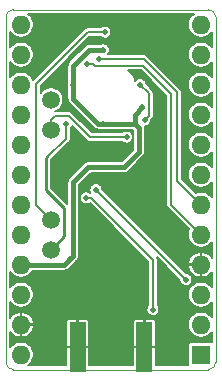
<source format=gbr>
%TF.GenerationSoftware,KiCad,Pcbnew,5.1.5+dfsg1-2~bpo10+1*%
%TF.CreationDate,Date%
%TF.ProjectId,ProMicro_GPS,50726f4d-6963-4726-9f5f-4750532e6b69,v3.1*%
%TF.SameCoordinates,Original*%
%TF.FileFunction,Copper,L2,Bot*%
%TF.FilePolarity,Positive*%
%FSLAX45Y45*%
G04 Gerber Fmt 4.5, Leading zero omitted, Abs format (unit mm)*
G04 Created by KiCad*
%MOMM*%
%LPD*%
G04 APERTURE LIST*
%ADD10C,0.100000*%
%ADD11O,1.600000X1.600000*%
%ADD12R,1.600000X1.600000*%
%ADD13C,1.500000*%
%ADD14R,1.350000X4.200000*%
%ADD15C,0.500000*%
%ADD16C,0.600000*%
%ADD17C,0.400000*%
%ADD18C,0.200000*%
%ADD19C,0.250000*%
%ADD20C,0.200000*%
%ADD21C,0.300000*%
%ADD22C,0.350000*%
G04 APERTURE END LIST*
D10*
X127000Y2857500D02*
X127000Y-63500D01*
X-1587500Y-127000D02*
G75*
G02X-1651000Y-63500I0J63500D01*
G01*
X-1651000Y2857500D02*
G75*
G02X-1587500Y2921000I63500J0D01*
G01*
X63500Y2921000D02*
G75*
G02X127000Y2857500I0J-63500D01*
G01*
X127000Y-63500D02*
G75*
G02X63500Y-127000I-63500J0D01*
G01*
X-1587500Y2921000D02*
X63500Y2921000D01*
X-1651000Y-63500D02*
X-1651000Y2857500D01*
X63500Y-127000D02*
X-1587500Y-127000D01*
D11*
X-1524000Y0D03*
X-1524000Y254000D03*
X-1524000Y508000D03*
X0Y2794000D03*
X-1524000Y762000D03*
X0Y2540000D03*
X-1524000Y1016000D03*
X0Y2286000D03*
X-1524000Y1270000D03*
X0Y2032000D03*
X-1524000Y1524000D03*
X0Y1778000D03*
X-1524000Y1778000D03*
X0Y1524000D03*
X-1524000Y2032000D03*
X0Y1270000D03*
X-1524000Y2286000D03*
X0Y1016000D03*
X-1524000Y2540000D03*
X0Y762000D03*
X-1524000Y2794000D03*
X0Y508000D03*
X0Y254000D03*
D12*
X0Y0D03*
D13*
X-1270000Y889000D03*
X-1270000Y1143000D03*
X-1270000Y1905000D03*
X-1270000Y2159000D03*
D14*
X-479500Y63500D03*
X-1044500Y63500D03*
D15*
X-838200Y292100D03*
X-685800Y292100D03*
X-635000Y203200D03*
D16*
X-660400Y2819400D03*
D15*
X-889000Y203200D03*
X-1168400Y2273300D03*
X-520700Y2374900D03*
X-431800Y1041400D03*
X-825500Y635000D03*
X-1003300Y609600D03*
X-1219200Y406400D03*
X-812800Y1117600D03*
X-698500Y1016000D03*
X-317500Y1727200D03*
X-114300Y1651000D03*
X-546100Y1155700D03*
X-660400Y1270000D03*
X-571500Y889000D03*
X-889000Y1714500D03*
X-762000Y1714500D03*
X-114300Y2159000D03*
X-952500Y762000D03*
X-762000Y698500D03*
X-698500Y762000D03*
X-635000Y825500D03*
X-762000Y952500D03*
X-825500Y889000D03*
X-889000Y825500D03*
X-571500Y635000D03*
X-508000Y698500D03*
X-444500Y1257300D03*
X-342900Y215900D03*
X-1181100Y215900D03*
X-304800Y2730500D03*
X-1257300Y2730500D03*
X-444500Y1524000D03*
X-749300Y1435100D03*
X-444500Y1790700D03*
X-304800Y2463800D03*
X-1371600Y2413000D03*
X-1219200Y596900D03*
X-349250Y609600D03*
D16*
X-901700Y2819400D03*
D15*
X-1079500Y1587500D03*
X-965200Y1473200D03*
X-1295400Y2311400D03*
X-825500Y1955800D03*
X-495300Y2095500D03*
X-1079500Y2286000D03*
X-825359Y2581199D03*
X-1105101Y813000D03*
X-863600Y2501900D03*
X-967499Y2461500D03*
X-628652Y1841500D03*
X-812801Y2730500D03*
X-1143000Y1954577D03*
X-514350Y2286000D03*
X-476250Y1987550D03*
X-127000Y635000D03*
X-889000Y1397000D03*
X-406400Y381000D03*
X-971550Y1327150D03*
D17*
X-635001Y1955800D02*
X-825500Y1955800D01*
X-869950Y1955800D02*
X-1003295Y2089145D01*
X-825500Y1955800D02*
X-869950Y1955800D01*
X-1079500Y2165350D02*
X-1079500Y2286000D01*
X-1003295Y2089145D02*
X-1079500Y2165350D01*
X-1079500Y2286000D02*
X-1079500Y2445700D01*
X-860715Y2581199D02*
X-825359Y2581199D01*
X-944002Y2581199D02*
X-860715Y2581199D01*
X-1079500Y2445700D02*
X-944002Y2581199D01*
X-1524000Y762000D02*
X-1156101Y762000D01*
X-1156101Y762000D02*
X-1130101Y788000D01*
X-1130101Y788000D02*
X-1105101Y813000D01*
X-635000Y1955800D02*
X-635001Y1955800D01*
X-495300Y2095500D02*
X-495300Y2095500D01*
X-635001Y1955800D02*
X-558800Y1955800D01*
X-558800Y2032001D02*
X-495300Y2095500D01*
X-558800Y1955800D02*
X-558800Y2032001D01*
X-1080101Y838000D02*
X-1105101Y813000D01*
X-1080101Y1459899D02*
X-1080101Y838000D01*
X-647700Y1587500D02*
X-952500Y1587500D01*
X-520700Y1714500D02*
X-647700Y1587500D01*
X-952500Y1587500D02*
X-1080101Y1459899D01*
X-520700Y1917700D02*
X-520700Y1714500D01*
X-558800Y1955800D02*
X-520700Y1917700D01*
D18*
X-203200Y1473200D02*
X-203200Y2222500D01*
X-482600Y2501900D02*
X-828245Y2501900D01*
X-828245Y2501900D02*
X-863600Y2501900D01*
X-203200Y2222500D02*
X-482600Y2501900D01*
X0Y1270000D02*
X-203200Y1473200D01*
X-912100Y2461500D02*
X-967499Y2461500D01*
X-254000Y1270000D02*
X-254000Y2209800D01*
X-897500Y2446900D02*
X-912100Y2461500D01*
X0Y1016000D02*
X-254000Y1270000D01*
X-254000Y2209800D02*
X-491100Y2446900D01*
X-491100Y2446900D02*
X-897500Y2446900D01*
X-664007Y1841500D02*
X-628652Y1841500D01*
X-939800Y1841500D02*
X-664007Y1841500D01*
X-1117600Y2019300D02*
X-939800Y1841500D01*
X-1234133Y2019300D02*
X-1117600Y2019300D01*
X-1270000Y1983433D02*
X-1234133Y2019300D01*
X-1270000Y1905000D02*
X-1270000Y1983433D01*
X-959712Y2730500D02*
X-901700Y2730500D01*
X-1397000Y2293212D02*
X-959712Y2730500D01*
X-901700Y2730500D02*
X-812801Y2730500D01*
X-1397000Y1270000D02*
X-1397000Y2293212D01*
X-1270000Y1143000D02*
X-1397000Y1270000D01*
X-1301750Y1670050D02*
X-1143000Y1828800D01*
X-1143000Y1828800D02*
X-1143000Y1954577D01*
D19*
X-1270000Y889000D02*
X-1155700Y1003300D01*
X-1155700Y1244600D02*
X-1308100Y1397000D01*
X-1155700Y1003300D02*
X-1155700Y1244600D01*
X-1308100Y1397000D02*
X-1308100Y1663700D01*
X-1308100Y1663700D02*
X-1301750Y1670050D01*
D18*
X-440299Y2211949D02*
X-440299Y2023501D01*
X-514350Y2286000D02*
X-440299Y2211949D01*
X-440299Y2023501D02*
X-451250Y2012550D01*
X-451250Y2012550D02*
X-476250Y1987550D01*
X-127000Y635000D02*
X-889000Y1397000D01*
X-406400Y803704D02*
X-929846Y1327150D01*
X-929846Y1327150D02*
X-936195Y1327150D01*
X-406400Y381000D02*
X-406400Y803704D01*
X-936195Y1327150D02*
X-971550Y1327150D01*
G36*
X-294000Y2193231D02*
G01*
X-294000Y1271965D01*
X-294194Y1270000D01*
X-294000Y1268035D01*
X-293421Y1262159D01*
X-291134Y1254619D01*
X-287420Y1247670D01*
X-282421Y1241579D01*
X-280895Y1240327D01*
X-100759Y1060190D01*
X-105773Y1048086D01*
X-110000Y1026834D01*
X-110000Y1005166D01*
X-105773Y983914D01*
X-97481Y963895D01*
X-85443Y945879D01*
X-70121Y930557D01*
X-52104Y918519D01*
X-32086Y910227D01*
X-10834Y906000D01*
X10834Y906000D01*
X32086Y910227D01*
X52104Y918519D01*
X70121Y930557D01*
X85443Y945879D01*
X92000Y955693D01*
X92000Y821808D01*
X90438Y824617D01*
X76485Y841058D01*
X59592Y854460D01*
X40409Y864309D01*
X19673Y870227D01*
X2500Y864472D01*
X2500Y764500D01*
X4500Y764500D01*
X4500Y759500D01*
X2500Y759500D01*
X2500Y659528D01*
X19673Y653773D01*
X40409Y659691D01*
X59592Y669540D01*
X76485Y682942D01*
X90438Y699383D01*
X92000Y702192D01*
X92000Y568307D01*
X85443Y578121D01*
X70121Y593443D01*
X52104Y605481D01*
X32086Y613773D01*
X10834Y618000D01*
X-10834Y618000D01*
X-32086Y613773D01*
X-52104Y605481D01*
X-70121Y593443D01*
X-85443Y578121D01*
X-97481Y560105D01*
X-105773Y540086D01*
X-110000Y518834D01*
X-110000Y497166D01*
X-105773Y475914D01*
X-97481Y455895D01*
X-85443Y437879D01*
X-70121Y422557D01*
X-52104Y410519D01*
X-32086Y402227D01*
X-10834Y398000D01*
X10834Y398000D01*
X32086Y402227D01*
X52104Y410519D01*
X70121Y422557D01*
X85443Y437879D01*
X92000Y447693D01*
X92000Y314307D01*
X85443Y324121D01*
X70121Y339443D01*
X52104Y351481D01*
X32086Y359773D01*
X10834Y364000D01*
X-10834Y364000D01*
X-32086Y359773D01*
X-52104Y351481D01*
X-70121Y339443D01*
X-85443Y324121D01*
X-97481Y306105D01*
X-105773Y286086D01*
X-110000Y264834D01*
X-110000Y243166D01*
X-105773Y221914D01*
X-97481Y201895D01*
X-85443Y183879D01*
X-70121Y168558D01*
X-52104Y156519D01*
X-32086Y148227D01*
X-10834Y144000D01*
X10834Y144000D01*
X32086Y148227D01*
X52104Y156519D01*
X70121Y168558D01*
X85443Y183879D01*
X92000Y193693D01*
X92000Y107602D01*
X91536Y107850D01*
X85881Y109566D01*
X80000Y110145D01*
X-80000Y110145D01*
X-85881Y109566D01*
X-91536Y107850D01*
X-96748Y105065D01*
X-101316Y101316D01*
X-105065Y96748D01*
X-107850Y91536D01*
X-109566Y85881D01*
X-110145Y80000D01*
X-110145Y-80000D01*
X-109566Y-85881D01*
X-107850Y-91536D01*
X-107602Y-92000D01*
X-381894Y-92000D01*
X-382000Y53500D01*
X-389500Y61000D01*
X-477000Y61000D01*
X-477000Y59000D01*
X-482000Y59000D01*
X-482000Y61000D01*
X-569500Y61000D01*
X-577000Y53500D01*
X-577106Y-92000D01*
X-946894Y-92000D01*
X-947000Y53500D01*
X-954500Y61000D01*
X-1042000Y61000D01*
X-1042000Y59000D01*
X-1047000Y59000D01*
X-1047000Y61000D01*
X-1134500Y61000D01*
X-1142000Y53500D01*
X-1142106Y-92000D01*
X-1463693Y-92000D01*
X-1453879Y-85443D01*
X-1438557Y-70121D01*
X-1426519Y-52104D01*
X-1418227Y-32086D01*
X-1414000Y-10834D01*
X-1414000Y10834D01*
X-1418227Y32086D01*
X-1426519Y52104D01*
X-1438557Y70121D01*
X-1453879Y85443D01*
X-1471895Y97481D01*
X-1491914Y105773D01*
X-1513166Y110000D01*
X-1534834Y110000D01*
X-1556086Y105773D01*
X-1576104Y97481D01*
X-1594121Y85443D01*
X-1609442Y70121D01*
X-1616000Y60307D01*
X-1616000Y194192D01*
X-1614438Y191383D01*
X-1600485Y174942D01*
X-1583592Y161540D01*
X-1564409Y151691D01*
X-1543673Y145773D01*
X-1526500Y151528D01*
X-1526500Y251500D01*
X-1521500Y251500D01*
X-1521500Y151528D01*
X-1504327Y145773D01*
X-1483591Y151691D01*
X-1464408Y161540D01*
X-1447515Y174942D01*
X-1433562Y191383D01*
X-1423083Y210230D01*
X-1416483Y230759D01*
X-1415773Y234327D01*
X-1421530Y251500D01*
X-1521500Y251500D01*
X-1526500Y251500D01*
X-1528500Y251500D01*
X-1528500Y256500D01*
X-1526500Y256500D01*
X-1526500Y356472D01*
X-1521500Y356472D01*
X-1521500Y256500D01*
X-1421530Y256500D01*
X-1415831Y273500D01*
X-1142145Y273500D01*
X-1142000Y73500D01*
X-1134500Y66000D01*
X-1047000Y66000D01*
X-1047000Y296000D01*
X-1042000Y296000D01*
X-1042000Y66000D01*
X-954500Y66000D01*
X-947000Y73500D01*
X-946855Y273500D01*
X-577145Y273500D01*
X-577000Y73500D01*
X-569500Y66000D01*
X-482000Y66000D01*
X-482000Y296000D01*
X-477000Y296000D01*
X-477000Y66000D01*
X-389500Y66000D01*
X-382000Y73500D01*
X-381855Y273500D01*
X-382434Y279381D01*
X-384149Y285036D01*
X-386935Y290248D01*
X-390684Y294816D01*
X-395252Y298565D01*
X-400464Y301351D01*
X-406119Y303066D01*
X-412000Y303645D01*
X-469500Y303500D01*
X-477000Y296000D01*
X-482000Y296000D01*
X-489500Y303500D01*
X-547000Y303645D01*
X-552881Y303066D01*
X-558536Y301351D01*
X-563748Y298565D01*
X-568316Y294816D01*
X-572065Y290248D01*
X-574851Y285036D01*
X-576566Y279381D01*
X-577145Y273500D01*
X-946855Y273500D01*
X-947434Y279381D01*
X-949149Y285036D01*
X-951935Y290248D01*
X-955684Y294816D01*
X-960252Y298565D01*
X-965464Y301351D01*
X-971119Y303066D01*
X-977000Y303645D01*
X-1034500Y303500D01*
X-1042000Y296000D01*
X-1047000Y296000D01*
X-1054500Y303500D01*
X-1112000Y303645D01*
X-1117881Y303066D01*
X-1123536Y301351D01*
X-1128748Y298565D01*
X-1133316Y294816D01*
X-1137065Y290248D01*
X-1139851Y285036D01*
X-1141566Y279381D01*
X-1142145Y273500D01*
X-1415831Y273500D01*
X-1415773Y273673D01*
X-1416483Y277241D01*
X-1423083Y297770D01*
X-1433562Y316617D01*
X-1447515Y333058D01*
X-1464408Y346460D01*
X-1483591Y356309D01*
X-1504327Y362227D01*
X-1521500Y356472D01*
X-1526500Y356472D01*
X-1543673Y362227D01*
X-1564409Y356309D01*
X-1583592Y346460D01*
X-1600485Y333058D01*
X-1614438Y316617D01*
X-1616000Y313808D01*
X-1616000Y447693D01*
X-1609442Y437879D01*
X-1594121Y422557D01*
X-1576104Y410519D01*
X-1556086Y402227D01*
X-1534834Y398000D01*
X-1513166Y398000D01*
X-1491914Y402227D01*
X-1471895Y410519D01*
X-1453879Y422557D01*
X-1438557Y437879D01*
X-1426519Y455895D01*
X-1418227Y475914D01*
X-1414000Y497166D01*
X-1414000Y518834D01*
X-1418227Y540086D01*
X-1426519Y560105D01*
X-1438557Y578121D01*
X-1453879Y593443D01*
X-1471895Y605481D01*
X-1491914Y613773D01*
X-1513166Y618000D01*
X-1534834Y618000D01*
X-1556086Y613773D01*
X-1576104Y605481D01*
X-1594121Y593443D01*
X-1609442Y578121D01*
X-1616000Y568307D01*
X-1616000Y701693D01*
X-1609442Y691879D01*
X-1594121Y676558D01*
X-1576104Y664519D01*
X-1556086Y656227D01*
X-1534834Y652000D01*
X-1513166Y652000D01*
X-1491914Y656227D01*
X-1471895Y664519D01*
X-1453879Y676558D01*
X-1438557Y691879D01*
X-1426519Y709895D01*
X-1425648Y712000D01*
X-1158557Y712000D01*
X-1156101Y711758D01*
X-1153645Y712000D01*
X-1146299Y712723D01*
X-1136874Y715582D01*
X-1128188Y720225D01*
X-1120574Y726474D01*
X-1119008Y728382D01*
X-1086017Y761373D01*
X-1079048Y764260D01*
X-1070040Y770279D01*
X-1062379Y777940D01*
X-1056360Y786948D01*
X-1053474Y793916D01*
X-1046483Y800907D01*
X-1044574Y802473D01*
X-1038326Y810087D01*
X-1033683Y818773D01*
X-1030824Y828198D01*
X-1030101Y835544D01*
X-1029859Y838000D01*
X-1030101Y840456D01*
X-1030101Y1332567D01*
X-1026550Y1332567D01*
X-1026550Y1321733D01*
X-1024436Y1311107D01*
X-1020290Y1301098D01*
X-1014271Y1292090D01*
X-1006610Y1284429D01*
X-997602Y1278410D01*
X-987593Y1274264D01*
X-976967Y1272150D01*
X-966133Y1272150D01*
X-955507Y1274264D01*
X-945498Y1278410D01*
X-940808Y1281543D01*
X-446400Y787135D01*
X-446400Y418782D01*
X-449121Y416060D01*
X-455140Y407052D01*
X-459286Y397043D01*
X-461400Y386417D01*
X-461400Y375583D01*
X-459286Y364957D01*
X-455140Y354948D01*
X-449121Y345940D01*
X-441460Y338279D01*
X-432452Y332260D01*
X-422443Y328114D01*
X-411817Y326000D01*
X-400983Y326000D01*
X-390357Y328114D01*
X-380348Y332260D01*
X-371340Y338279D01*
X-363679Y345940D01*
X-357660Y354948D01*
X-353514Y364957D01*
X-351400Y375583D01*
X-351400Y386417D01*
X-353514Y397043D01*
X-357660Y407052D01*
X-363679Y416060D01*
X-366400Y418782D01*
X-366400Y801739D01*
X-366206Y803704D01*
X-366979Y811545D01*
X-369266Y819085D01*
X-371117Y822549D01*
X-182000Y633432D01*
X-182000Y629583D01*
X-179886Y618957D01*
X-175740Y608948D01*
X-169721Y599940D01*
X-162060Y592279D01*
X-153052Y586260D01*
X-143043Y582114D01*
X-132417Y580000D01*
X-121583Y580000D01*
X-110957Y582114D01*
X-100948Y586260D01*
X-91940Y592279D01*
X-84279Y599940D01*
X-78260Y608948D01*
X-74114Y618957D01*
X-72000Y629583D01*
X-72000Y640417D01*
X-74114Y651043D01*
X-78260Y661052D01*
X-84279Y670060D01*
X-91940Y677721D01*
X-100948Y683740D01*
X-110957Y687886D01*
X-121583Y690000D01*
X-125431Y690000D01*
X-177759Y742327D01*
X-108227Y742327D01*
X-107517Y738759D01*
X-100917Y718230D01*
X-90438Y699383D01*
X-76485Y682942D01*
X-59592Y669540D01*
X-40409Y659691D01*
X-19673Y653773D01*
X-2500Y659528D01*
X-2500Y759500D01*
X-102469Y759500D01*
X-108227Y742327D01*
X-177759Y742327D01*
X-217104Y781673D01*
X-108227Y781673D01*
X-102469Y764500D01*
X-2500Y764500D01*
X-2500Y864472D01*
X-19673Y870227D01*
X-40409Y864309D01*
X-59592Y854460D01*
X-76485Y841058D01*
X-90438Y824617D01*
X-100917Y805770D01*
X-107517Y785241D01*
X-108227Y781673D01*
X-217104Y781673D01*
X-834000Y1398568D01*
X-834000Y1402417D01*
X-836114Y1413043D01*
X-840260Y1423052D01*
X-846279Y1432060D01*
X-853940Y1439721D01*
X-862948Y1445740D01*
X-872957Y1449886D01*
X-883583Y1452000D01*
X-894417Y1452000D01*
X-905043Y1449886D01*
X-915052Y1445740D01*
X-924060Y1439721D01*
X-931721Y1432060D01*
X-937740Y1423052D01*
X-941886Y1413043D01*
X-944000Y1402417D01*
X-944000Y1391583D01*
X-941886Y1380957D01*
X-937740Y1370948D01*
X-937450Y1370513D01*
X-945498Y1375890D01*
X-955507Y1380036D01*
X-966133Y1382150D01*
X-976967Y1382150D01*
X-987593Y1380036D01*
X-997602Y1375890D01*
X-1006610Y1369871D01*
X-1014271Y1362210D01*
X-1020290Y1353202D01*
X-1024436Y1343193D01*
X-1026550Y1332567D01*
X-1030101Y1332567D01*
X-1030101Y1439189D01*
X-931789Y1537500D01*
X-650156Y1537500D01*
X-647700Y1537258D01*
X-645244Y1537500D01*
X-637898Y1538223D01*
X-628473Y1541082D01*
X-619787Y1545725D01*
X-612174Y1551974D01*
X-610607Y1553882D01*
X-487081Y1677408D01*
X-485174Y1678974D01*
X-478925Y1686587D01*
X-474282Y1695273D01*
X-471423Y1704698D01*
X-470700Y1712044D01*
X-470700Y1712044D01*
X-470458Y1714500D01*
X-470700Y1716956D01*
X-470700Y1915245D01*
X-470458Y1917700D01*
X-470700Y1920155D01*
X-470700Y1920156D01*
X-471423Y1927502D01*
X-472955Y1932550D01*
X-470833Y1932550D01*
X-460207Y1934664D01*
X-450198Y1938810D01*
X-441190Y1944829D01*
X-433529Y1952490D01*
X-427510Y1961498D01*
X-423364Y1971507D01*
X-421250Y1982133D01*
X-421250Y1985981D01*
X-413405Y1993827D01*
X-411878Y1995080D01*
X-406880Y2001171D01*
X-403165Y2008120D01*
X-400878Y2015660D01*
X-400299Y2021536D01*
X-400106Y2023501D01*
X-400299Y2025466D01*
X-400299Y2209985D01*
X-400106Y2211949D01*
X-400465Y2215592D01*
X-400878Y2219791D01*
X-403165Y2227331D01*
X-406880Y2234280D01*
X-411878Y2240371D01*
X-413404Y2241623D01*
X-459350Y2287569D01*
X-459350Y2291417D01*
X-461464Y2302043D01*
X-465610Y2312052D01*
X-471629Y2321060D01*
X-479290Y2328721D01*
X-488298Y2334740D01*
X-498307Y2338886D01*
X-508933Y2341000D01*
X-519767Y2341000D01*
X-530393Y2338886D01*
X-540402Y2334740D01*
X-549410Y2328721D01*
X-557071Y2321060D01*
X-561500Y2314432D01*
X-561500Y2349500D01*
X-561692Y2351451D01*
X-562261Y2353327D01*
X-563185Y2355056D01*
X-564429Y2356571D01*
X-614758Y2406900D01*
X-507668Y2406900D01*
X-294000Y2193231D01*
G37*
X-294000Y2193231D02*
X-294000Y1271965D01*
X-294194Y1270000D01*
X-294000Y1268035D01*
X-293421Y1262159D01*
X-291134Y1254619D01*
X-287420Y1247670D01*
X-282421Y1241579D01*
X-280895Y1240327D01*
X-100759Y1060190D01*
X-105773Y1048086D01*
X-110000Y1026834D01*
X-110000Y1005166D01*
X-105773Y983914D01*
X-97481Y963895D01*
X-85443Y945879D01*
X-70121Y930557D01*
X-52104Y918519D01*
X-32086Y910227D01*
X-10834Y906000D01*
X10834Y906000D01*
X32086Y910227D01*
X52104Y918519D01*
X70121Y930557D01*
X85443Y945879D01*
X92000Y955693D01*
X92000Y821808D01*
X90438Y824617D01*
X76485Y841058D01*
X59592Y854460D01*
X40409Y864309D01*
X19673Y870227D01*
X2500Y864472D01*
X2500Y764500D01*
X4500Y764500D01*
X4500Y759500D01*
X2500Y759500D01*
X2500Y659528D01*
X19673Y653773D01*
X40409Y659691D01*
X59592Y669540D01*
X76485Y682942D01*
X90438Y699383D01*
X92000Y702192D01*
X92000Y568307D01*
X85443Y578121D01*
X70121Y593443D01*
X52104Y605481D01*
X32086Y613773D01*
X10834Y618000D01*
X-10834Y618000D01*
X-32086Y613773D01*
X-52104Y605481D01*
X-70121Y593443D01*
X-85443Y578121D01*
X-97481Y560105D01*
X-105773Y540086D01*
X-110000Y518834D01*
X-110000Y497166D01*
X-105773Y475914D01*
X-97481Y455895D01*
X-85443Y437879D01*
X-70121Y422557D01*
X-52104Y410519D01*
X-32086Y402227D01*
X-10834Y398000D01*
X10834Y398000D01*
X32086Y402227D01*
X52104Y410519D01*
X70121Y422557D01*
X85443Y437879D01*
X92000Y447693D01*
X92000Y314307D01*
X85443Y324121D01*
X70121Y339443D01*
X52104Y351481D01*
X32086Y359773D01*
X10834Y364000D01*
X-10834Y364000D01*
X-32086Y359773D01*
X-52104Y351481D01*
X-70121Y339443D01*
X-85443Y324121D01*
X-97481Y306105D01*
X-105773Y286086D01*
X-110000Y264834D01*
X-110000Y243166D01*
X-105773Y221914D01*
X-97481Y201895D01*
X-85443Y183879D01*
X-70121Y168558D01*
X-52104Y156519D01*
X-32086Y148227D01*
X-10834Y144000D01*
X10834Y144000D01*
X32086Y148227D01*
X52104Y156519D01*
X70121Y168558D01*
X85443Y183879D01*
X92000Y193693D01*
X92000Y107602D01*
X91536Y107850D01*
X85881Y109566D01*
X80000Y110145D01*
X-80000Y110145D01*
X-85881Y109566D01*
X-91536Y107850D01*
X-96748Y105065D01*
X-101316Y101316D01*
X-105065Y96748D01*
X-107850Y91536D01*
X-109566Y85881D01*
X-110145Y80000D01*
X-110145Y-80000D01*
X-109566Y-85881D01*
X-107850Y-91536D01*
X-107602Y-92000D01*
X-381894Y-92000D01*
X-382000Y53500D01*
X-389500Y61000D01*
X-477000Y61000D01*
X-477000Y59000D01*
X-482000Y59000D01*
X-482000Y61000D01*
X-569500Y61000D01*
X-577000Y53500D01*
X-577106Y-92000D01*
X-946894Y-92000D01*
X-947000Y53500D01*
X-954500Y61000D01*
X-1042000Y61000D01*
X-1042000Y59000D01*
X-1047000Y59000D01*
X-1047000Y61000D01*
X-1134500Y61000D01*
X-1142000Y53500D01*
X-1142106Y-92000D01*
X-1463693Y-92000D01*
X-1453879Y-85443D01*
X-1438557Y-70121D01*
X-1426519Y-52104D01*
X-1418227Y-32086D01*
X-1414000Y-10834D01*
X-1414000Y10834D01*
X-1418227Y32086D01*
X-1426519Y52104D01*
X-1438557Y70121D01*
X-1453879Y85443D01*
X-1471895Y97481D01*
X-1491914Y105773D01*
X-1513166Y110000D01*
X-1534834Y110000D01*
X-1556086Y105773D01*
X-1576104Y97481D01*
X-1594121Y85443D01*
X-1609442Y70121D01*
X-1616000Y60307D01*
X-1616000Y194192D01*
X-1614438Y191383D01*
X-1600485Y174942D01*
X-1583592Y161540D01*
X-1564409Y151691D01*
X-1543673Y145773D01*
X-1526500Y151528D01*
X-1526500Y251500D01*
X-1521500Y251500D01*
X-1521500Y151528D01*
X-1504327Y145773D01*
X-1483591Y151691D01*
X-1464408Y161540D01*
X-1447515Y174942D01*
X-1433562Y191383D01*
X-1423083Y210230D01*
X-1416483Y230759D01*
X-1415773Y234327D01*
X-1421530Y251500D01*
X-1521500Y251500D01*
X-1526500Y251500D01*
X-1528500Y251500D01*
X-1528500Y256500D01*
X-1526500Y256500D01*
X-1526500Y356472D01*
X-1521500Y356472D01*
X-1521500Y256500D01*
X-1421530Y256500D01*
X-1415831Y273500D01*
X-1142145Y273500D01*
X-1142000Y73500D01*
X-1134500Y66000D01*
X-1047000Y66000D01*
X-1047000Y296000D01*
X-1042000Y296000D01*
X-1042000Y66000D01*
X-954500Y66000D01*
X-947000Y73500D01*
X-946855Y273500D01*
X-577145Y273500D01*
X-577000Y73500D01*
X-569500Y66000D01*
X-482000Y66000D01*
X-482000Y296000D01*
X-477000Y296000D01*
X-477000Y66000D01*
X-389500Y66000D01*
X-382000Y73500D01*
X-381855Y273500D01*
X-382434Y279381D01*
X-384149Y285036D01*
X-386935Y290248D01*
X-390684Y294816D01*
X-395252Y298565D01*
X-400464Y301351D01*
X-406119Y303066D01*
X-412000Y303645D01*
X-469500Y303500D01*
X-477000Y296000D01*
X-482000Y296000D01*
X-489500Y303500D01*
X-547000Y303645D01*
X-552881Y303066D01*
X-558536Y301351D01*
X-563748Y298565D01*
X-568316Y294816D01*
X-572065Y290248D01*
X-574851Y285036D01*
X-576566Y279381D01*
X-577145Y273500D01*
X-946855Y273500D01*
X-947434Y279381D01*
X-949149Y285036D01*
X-951935Y290248D01*
X-955684Y294816D01*
X-960252Y298565D01*
X-965464Y301351D01*
X-971119Y303066D01*
X-977000Y303645D01*
X-1034500Y303500D01*
X-1042000Y296000D01*
X-1047000Y296000D01*
X-1054500Y303500D01*
X-1112000Y303645D01*
X-1117881Y303066D01*
X-1123536Y301351D01*
X-1128748Y298565D01*
X-1133316Y294816D01*
X-1137065Y290248D01*
X-1139851Y285036D01*
X-1141566Y279381D01*
X-1142145Y273500D01*
X-1415831Y273500D01*
X-1415773Y273673D01*
X-1416483Y277241D01*
X-1423083Y297770D01*
X-1433562Y316617D01*
X-1447515Y333058D01*
X-1464408Y346460D01*
X-1483591Y356309D01*
X-1504327Y362227D01*
X-1521500Y356472D01*
X-1526500Y356472D01*
X-1543673Y362227D01*
X-1564409Y356309D01*
X-1583592Y346460D01*
X-1600485Y333058D01*
X-1614438Y316617D01*
X-1616000Y313808D01*
X-1616000Y447693D01*
X-1609442Y437879D01*
X-1594121Y422557D01*
X-1576104Y410519D01*
X-1556086Y402227D01*
X-1534834Y398000D01*
X-1513166Y398000D01*
X-1491914Y402227D01*
X-1471895Y410519D01*
X-1453879Y422557D01*
X-1438557Y437879D01*
X-1426519Y455895D01*
X-1418227Y475914D01*
X-1414000Y497166D01*
X-1414000Y518834D01*
X-1418227Y540086D01*
X-1426519Y560105D01*
X-1438557Y578121D01*
X-1453879Y593443D01*
X-1471895Y605481D01*
X-1491914Y613773D01*
X-1513166Y618000D01*
X-1534834Y618000D01*
X-1556086Y613773D01*
X-1576104Y605481D01*
X-1594121Y593443D01*
X-1609442Y578121D01*
X-1616000Y568307D01*
X-1616000Y701693D01*
X-1609442Y691879D01*
X-1594121Y676558D01*
X-1576104Y664519D01*
X-1556086Y656227D01*
X-1534834Y652000D01*
X-1513166Y652000D01*
X-1491914Y656227D01*
X-1471895Y664519D01*
X-1453879Y676558D01*
X-1438557Y691879D01*
X-1426519Y709895D01*
X-1425648Y712000D01*
X-1158557Y712000D01*
X-1156101Y711758D01*
X-1153645Y712000D01*
X-1146299Y712723D01*
X-1136874Y715582D01*
X-1128188Y720225D01*
X-1120574Y726474D01*
X-1119008Y728382D01*
X-1086017Y761373D01*
X-1079048Y764260D01*
X-1070040Y770279D01*
X-1062379Y777940D01*
X-1056360Y786948D01*
X-1053474Y793916D01*
X-1046483Y800907D01*
X-1044574Y802473D01*
X-1038326Y810087D01*
X-1033683Y818773D01*
X-1030824Y828198D01*
X-1030101Y835544D01*
X-1029859Y838000D01*
X-1030101Y840456D01*
X-1030101Y1332567D01*
X-1026550Y1332567D01*
X-1026550Y1321733D01*
X-1024436Y1311107D01*
X-1020290Y1301098D01*
X-1014271Y1292090D01*
X-1006610Y1284429D01*
X-997602Y1278410D01*
X-987593Y1274264D01*
X-976967Y1272150D01*
X-966133Y1272150D01*
X-955507Y1274264D01*
X-945498Y1278410D01*
X-940808Y1281543D01*
X-446400Y787135D01*
X-446400Y418782D01*
X-449121Y416060D01*
X-455140Y407052D01*
X-459286Y397043D01*
X-461400Y386417D01*
X-461400Y375583D01*
X-459286Y364957D01*
X-455140Y354948D01*
X-449121Y345940D01*
X-441460Y338279D01*
X-432452Y332260D01*
X-422443Y328114D01*
X-411817Y326000D01*
X-400983Y326000D01*
X-390357Y328114D01*
X-380348Y332260D01*
X-371340Y338279D01*
X-363679Y345940D01*
X-357660Y354948D01*
X-353514Y364957D01*
X-351400Y375583D01*
X-351400Y386417D01*
X-353514Y397043D01*
X-357660Y407052D01*
X-363679Y416060D01*
X-366400Y418782D01*
X-366400Y801739D01*
X-366206Y803704D01*
X-366979Y811545D01*
X-369266Y819085D01*
X-371117Y822549D01*
X-182000Y633432D01*
X-182000Y629583D01*
X-179886Y618957D01*
X-175740Y608948D01*
X-169721Y599940D01*
X-162060Y592279D01*
X-153052Y586260D01*
X-143043Y582114D01*
X-132417Y580000D01*
X-121583Y580000D01*
X-110957Y582114D01*
X-100948Y586260D01*
X-91940Y592279D01*
X-84279Y599940D01*
X-78260Y608948D01*
X-74114Y618957D01*
X-72000Y629583D01*
X-72000Y640417D01*
X-74114Y651043D01*
X-78260Y661052D01*
X-84279Y670060D01*
X-91940Y677721D01*
X-100948Y683740D01*
X-110957Y687886D01*
X-121583Y690000D01*
X-125431Y690000D01*
X-177759Y742327D01*
X-108227Y742327D01*
X-107517Y738759D01*
X-100917Y718230D01*
X-90438Y699383D01*
X-76485Y682942D01*
X-59592Y669540D01*
X-40409Y659691D01*
X-19673Y653773D01*
X-2500Y659528D01*
X-2500Y759500D01*
X-102469Y759500D01*
X-108227Y742327D01*
X-177759Y742327D01*
X-217104Y781673D01*
X-108227Y781673D01*
X-102469Y764500D01*
X-2500Y764500D01*
X-2500Y864472D01*
X-19673Y870227D01*
X-40409Y864309D01*
X-59592Y854460D01*
X-76485Y841058D01*
X-90438Y824617D01*
X-100917Y805770D01*
X-107517Y785241D01*
X-108227Y781673D01*
X-217104Y781673D01*
X-834000Y1398568D01*
X-834000Y1402417D01*
X-836114Y1413043D01*
X-840260Y1423052D01*
X-846279Y1432060D01*
X-853940Y1439721D01*
X-862948Y1445740D01*
X-872957Y1449886D01*
X-883583Y1452000D01*
X-894417Y1452000D01*
X-905043Y1449886D01*
X-915052Y1445740D01*
X-924060Y1439721D01*
X-931721Y1432060D01*
X-937740Y1423052D01*
X-941886Y1413043D01*
X-944000Y1402417D01*
X-944000Y1391583D01*
X-941886Y1380957D01*
X-937740Y1370948D01*
X-937450Y1370513D01*
X-945498Y1375890D01*
X-955507Y1380036D01*
X-966133Y1382150D01*
X-976967Y1382150D01*
X-987593Y1380036D01*
X-997602Y1375890D01*
X-1006610Y1369871D01*
X-1014271Y1362210D01*
X-1020290Y1353202D01*
X-1024436Y1343193D01*
X-1026550Y1332567D01*
X-1030101Y1332567D01*
X-1030101Y1439189D01*
X-931789Y1537500D01*
X-650156Y1537500D01*
X-647700Y1537258D01*
X-645244Y1537500D01*
X-637898Y1538223D01*
X-628473Y1541082D01*
X-619787Y1545725D01*
X-612174Y1551974D01*
X-610607Y1553882D01*
X-487081Y1677408D01*
X-485174Y1678974D01*
X-478925Y1686587D01*
X-474282Y1695273D01*
X-471423Y1704698D01*
X-470700Y1712044D01*
X-470700Y1712044D01*
X-470458Y1714500D01*
X-470700Y1716956D01*
X-470700Y1915245D01*
X-470458Y1917700D01*
X-470700Y1920155D01*
X-470700Y1920156D01*
X-471423Y1927502D01*
X-472955Y1932550D01*
X-470833Y1932550D01*
X-460207Y1934664D01*
X-450198Y1938810D01*
X-441190Y1944829D01*
X-433529Y1952490D01*
X-427510Y1961498D01*
X-423364Y1971507D01*
X-421250Y1982133D01*
X-421250Y1985981D01*
X-413405Y1993827D01*
X-411878Y1995080D01*
X-406880Y2001171D01*
X-403165Y2008120D01*
X-400878Y2015660D01*
X-400299Y2021536D01*
X-400106Y2023501D01*
X-400299Y2025466D01*
X-400299Y2209985D01*
X-400106Y2211949D01*
X-400465Y2215592D01*
X-400878Y2219791D01*
X-403165Y2227331D01*
X-406880Y2234280D01*
X-411878Y2240371D01*
X-413404Y2241623D01*
X-459350Y2287569D01*
X-459350Y2291417D01*
X-461464Y2302043D01*
X-465610Y2312052D01*
X-471629Y2321060D01*
X-479290Y2328721D01*
X-488298Y2334740D01*
X-498307Y2338886D01*
X-508933Y2341000D01*
X-519767Y2341000D01*
X-530393Y2338886D01*
X-540402Y2334740D01*
X-549410Y2328721D01*
X-557071Y2321060D01*
X-561500Y2314432D01*
X-561500Y2349500D01*
X-561692Y2351451D01*
X-562261Y2353327D01*
X-563185Y2355056D01*
X-564429Y2356571D01*
X-614758Y2406900D01*
X-507668Y2406900D01*
X-294000Y2193231D01*
G36*
X-70121Y2879442D02*
G01*
X-85443Y2864121D01*
X-97481Y2846104D01*
X-105773Y2826086D01*
X-110000Y2804834D01*
X-110000Y2783166D01*
X-105773Y2761914D01*
X-97481Y2741896D01*
X-85443Y2723879D01*
X-70121Y2708558D01*
X-52104Y2696519D01*
X-32086Y2688227D01*
X-10834Y2684000D01*
X10834Y2684000D01*
X32086Y2688227D01*
X52104Y2696519D01*
X70121Y2708558D01*
X85443Y2723879D01*
X92000Y2733693D01*
X92000Y2600307D01*
X85443Y2610121D01*
X70121Y2625443D01*
X52104Y2637481D01*
X32086Y2645773D01*
X10834Y2650000D01*
X-10834Y2650000D01*
X-32086Y2645773D01*
X-52104Y2637481D01*
X-70121Y2625443D01*
X-85443Y2610121D01*
X-97481Y2592105D01*
X-105773Y2572086D01*
X-110000Y2550834D01*
X-110000Y2529166D01*
X-105773Y2507914D01*
X-97481Y2487896D01*
X-85443Y2469879D01*
X-70121Y2454558D01*
X-52104Y2442519D01*
X-32086Y2434227D01*
X-10834Y2430000D01*
X10834Y2430000D01*
X32086Y2434227D01*
X52104Y2442519D01*
X70121Y2454558D01*
X85443Y2469879D01*
X92000Y2479693D01*
X92000Y2346307D01*
X85443Y2356121D01*
X70121Y2371443D01*
X52104Y2383481D01*
X32086Y2391773D01*
X10834Y2396000D01*
X-10834Y2396000D01*
X-32086Y2391773D01*
X-52104Y2383481D01*
X-70121Y2371443D01*
X-85443Y2356121D01*
X-97481Y2338105D01*
X-105773Y2318086D01*
X-110000Y2296834D01*
X-110000Y2275166D01*
X-105773Y2253914D01*
X-97481Y2233896D01*
X-85443Y2215879D01*
X-70121Y2200558D01*
X-52104Y2188519D01*
X-32086Y2180227D01*
X-10834Y2176000D01*
X10834Y2176000D01*
X32086Y2180227D01*
X52104Y2188519D01*
X70121Y2200558D01*
X85443Y2215879D01*
X92000Y2225693D01*
X92000Y2092307D01*
X85443Y2102121D01*
X70121Y2117443D01*
X52104Y2129481D01*
X32086Y2137773D01*
X10834Y2142000D01*
X-10834Y2142000D01*
X-32086Y2137773D01*
X-52104Y2129481D01*
X-70121Y2117443D01*
X-85443Y2102121D01*
X-97481Y2084104D01*
X-105773Y2064086D01*
X-110000Y2042834D01*
X-110000Y2021166D01*
X-105773Y1999914D01*
X-97481Y1979895D01*
X-85443Y1961879D01*
X-70121Y1946557D01*
X-52104Y1934519D01*
X-32086Y1926227D01*
X-10834Y1922000D01*
X10834Y1922000D01*
X32086Y1926227D01*
X52104Y1934519D01*
X70121Y1946557D01*
X85443Y1961879D01*
X92000Y1971693D01*
X92000Y1838307D01*
X85443Y1848121D01*
X70121Y1863442D01*
X52104Y1875481D01*
X32086Y1883773D01*
X10834Y1888000D01*
X-10834Y1888000D01*
X-32086Y1883773D01*
X-52104Y1875481D01*
X-70121Y1863442D01*
X-85443Y1848121D01*
X-97481Y1830104D01*
X-105773Y1810086D01*
X-110000Y1788834D01*
X-110000Y1767166D01*
X-105773Y1745914D01*
X-97481Y1725895D01*
X-85443Y1707879D01*
X-70121Y1692557D01*
X-52104Y1680519D01*
X-32086Y1672227D01*
X-10834Y1668000D01*
X10834Y1668000D01*
X32086Y1672227D01*
X52104Y1680519D01*
X70121Y1692557D01*
X85443Y1707879D01*
X92000Y1717693D01*
X92000Y1584307D01*
X85443Y1594121D01*
X70121Y1609442D01*
X52104Y1621481D01*
X32086Y1629773D01*
X10834Y1634000D01*
X-10834Y1634000D01*
X-32086Y1629773D01*
X-52104Y1621481D01*
X-70121Y1609442D01*
X-85443Y1594121D01*
X-97481Y1576104D01*
X-105773Y1556086D01*
X-110000Y1534834D01*
X-110000Y1513166D01*
X-105773Y1491914D01*
X-97481Y1471895D01*
X-85443Y1453879D01*
X-70121Y1438557D01*
X-52104Y1426519D01*
X-32086Y1418227D01*
X-10834Y1414000D01*
X10834Y1414000D01*
X32086Y1418227D01*
X52104Y1426519D01*
X70121Y1438557D01*
X85443Y1453879D01*
X92000Y1463693D01*
X92000Y1330307D01*
X85443Y1340121D01*
X70121Y1355443D01*
X52104Y1367481D01*
X32086Y1375773D01*
X10834Y1380000D01*
X-10834Y1380000D01*
X-32086Y1375773D01*
X-44190Y1370759D01*
X-163200Y1489768D01*
X-163200Y2220535D01*
X-163007Y2222500D01*
X-163779Y2230341D01*
X-166066Y2237882D01*
X-169780Y2244830D01*
X-173527Y2249395D01*
X-173527Y2249395D01*
X-174779Y2250921D01*
X-176305Y2252173D01*
X-452926Y2528795D01*
X-454179Y2530321D01*
X-460269Y2535320D01*
X-467218Y2539034D01*
X-474758Y2541321D01*
X-480635Y2541900D01*
X-480635Y2541900D01*
X-482600Y2542093D01*
X-484564Y2541900D01*
X-786876Y2541900D01*
X-782638Y2546138D01*
X-776619Y2555146D01*
X-772473Y2565156D01*
X-770359Y2575782D01*
X-770359Y2586616D01*
X-772473Y2597242D01*
X-776619Y2607251D01*
X-782638Y2616259D01*
X-790299Y2623920D01*
X-799307Y2629939D01*
X-809316Y2634085D01*
X-819942Y2636199D01*
X-830776Y2636199D01*
X-841402Y2634085D01*
X-848371Y2631199D01*
X-941546Y2631199D01*
X-944002Y2631441D01*
X-946458Y2631199D01*
X-953803Y2630475D01*
X-963228Y2627616D01*
X-971914Y2622973D01*
X-979528Y2616725D01*
X-981094Y2614817D01*
X-1113118Y2482793D01*
X-1115026Y2481227D01*
X-1121275Y2473613D01*
X-1124854Y2466917D01*
X-1125917Y2464927D01*
X-1128777Y2455502D01*
X-1129742Y2445700D01*
X-1129500Y2443243D01*
X-1129500Y2309011D01*
X-1132386Y2302043D01*
X-1134500Y2291417D01*
X-1134500Y2280583D01*
X-1132386Y2269957D01*
X-1129500Y2262989D01*
X-1129500Y2167806D01*
X-1129742Y2165350D01*
X-1129500Y2162894D01*
X-1128777Y2155548D01*
X-1125918Y2146123D01*
X-1121275Y2137437D01*
X-1115026Y2129824D01*
X-1113118Y2128257D01*
X-1036914Y2052053D01*
X-1036912Y2052052D01*
X-907042Y1922181D01*
X-905476Y1920274D01*
X-897863Y1914025D01*
X-889177Y1909382D01*
X-879752Y1906523D01*
X-872406Y1905800D01*
X-872405Y1905800D01*
X-869950Y1905558D01*
X-867495Y1905800D01*
X-848511Y1905800D01*
X-841543Y1902914D01*
X-830917Y1900800D01*
X-820083Y1900800D01*
X-809457Y1902914D01*
X-802489Y1905800D01*
X-579511Y1905800D01*
X-570700Y1896989D01*
X-570700Y1735211D01*
X-668411Y1637500D01*
X-950045Y1637500D01*
X-952500Y1637742D01*
X-954955Y1637500D01*
X-954956Y1637500D01*
X-962302Y1636776D01*
X-971727Y1633917D01*
X-980413Y1629275D01*
X-988026Y1623026D01*
X-989592Y1621119D01*
X-1113718Y1496992D01*
X-1115627Y1495426D01*
X-1121875Y1487812D01*
X-1126518Y1479126D01*
X-1128316Y1473200D01*
X-1129377Y1469701D01*
X-1130343Y1459899D01*
X-1130101Y1457443D01*
X-1130101Y1279105D01*
X-1265600Y1414604D01*
X-1265600Y1647525D01*
X-1263181Y1652051D01*
X-1116105Y1799127D01*
X-1114579Y1800379D01*
X-1111307Y1804366D01*
X-1109580Y1806470D01*
X-1108719Y1808080D01*
X-1105866Y1813419D01*
X-1103579Y1820959D01*
X-1103000Y1826835D01*
X-1103000Y1826835D01*
X-1102807Y1828800D01*
X-1103000Y1830765D01*
X-1103000Y1916796D01*
X-1100279Y1919517D01*
X-1094260Y1928525D01*
X-1091077Y1936208D01*
X-969474Y1814605D01*
X-968221Y1813079D01*
X-962130Y1808080D01*
X-955181Y1804366D01*
X-947641Y1802079D01*
X-945876Y1801905D01*
X-939800Y1801306D01*
X-937835Y1801500D01*
X-666434Y1801500D01*
X-663712Y1798779D01*
X-654704Y1792760D01*
X-644695Y1788614D01*
X-634069Y1786500D01*
X-623235Y1786500D01*
X-612609Y1788614D01*
X-602600Y1792760D01*
X-593592Y1798779D01*
X-585931Y1806440D01*
X-579912Y1815448D01*
X-575766Y1825457D01*
X-573652Y1836083D01*
X-573652Y1846917D01*
X-575766Y1857543D01*
X-579912Y1867552D01*
X-585931Y1876560D01*
X-593592Y1884221D01*
X-602600Y1890240D01*
X-612609Y1894386D01*
X-623235Y1896500D01*
X-634069Y1896500D01*
X-644695Y1894386D01*
X-654704Y1890240D01*
X-663712Y1884221D01*
X-666434Y1881500D01*
X-923231Y1881500D01*
X-1087926Y2046195D01*
X-1089179Y2047721D01*
X-1095270Y2052720D01*
X-1102219Y2056434D01*
X-1109759Y2058721D01*
X-1115635Y2059300D01*
X-1115635Y2059300D01*
X-1117600Y2059493D01*
X-1119565Y2059300D01*
X-1232168Y2059300D01*
X-1234133Y2059493D01*
X-1236098Y2059300D01*
X-1236388Y2059271D01*
X-1220264Y2065950D01*
X-1203066Y2077441D01*
X-1188441Y2092066D01*
X-1176950Y2109264D01*
X-1169035Y2128373D01*
X-1165000Y2148658D01*
X-1165000Y2169342D01*
X-1169035Y2189627D01*
X-1176950Y2208736D01*
X-1188441Y2225934D01*
X-1203066Y2240559D01*
X-1220264Y2252050D01*
X-1239373Y2259965D01*
X-1259658Y2264000D01*
X-1280342Y2264000D01*
X-1300627Y2259965D01*
X-1319736Y2252050D01*
X-1336934Y2240559D01*
X-1351559Y2225934D01*
X-1357000Y2217790D01*
X-1357000Y2276644D01*
X-943144Y2690500D01*
X-850582Y2690500D01*
X-847861Y2687779D01*
X-838853Y2681760D01*
X-828844Y2677614D01*
X-818218Y2675500D01*
X-807384Y2675500D01*
X-796758Y2677614D01*
X-786748Y2681760D01*
X-777740Y2687779D01*
X-770079Y2695440D01*
X-764060Y2704448D01*
X-759914Y2714457D01*
X-757801Y2725083D01*
X-757801Y2735917D01*
X-759914Y2746543D01*
X-764060Y2756552D01*
X-770079Y2765560D01*
X-777740Y2773221D01*
X-786748Y2779240D01*
X-796758Y2783386D01*
X-807384Y2785500D01*
X-818218Y2785500D01*
X-828844Y2783386D01*
X-838853Y2779240D01*
X-847861Y2773221D01*
X-850582Y2770500D01*
X-957749Y2770500D01*
X-959712Y2770693D01*
X-961676Y2770500D01*
X-961677Y2770500D01*
X-967554Y2769921D01*
X-975094Y2767634D01*
X-982042Y2763920D01*
X-988133Y2758921D01*
X-989386Y2757395D01*
X-1421293Y2325488D01*
X-1426519Y2338105D01*
X-1438557Y2356121D01*
X-1453879Y2371443D01*
X-1471895Y2383481D01*
X-1491914Y2391773D01*
X-1513166Y2396000D01*
X-1534834Y2396000D01*
X-1556086Y2391773D01*
X-1576104Y2383481D01*
X-1594121Y2371443D01*
X-1609442Y2356121D01*
X-1616000Y2346307D01*
X-1616000Y2479693D01*
X-1609442Y2469879D01*
X-1594121Y2454558D01*
X-1576104Y2442519D01*
X-1556086Y2434227D01*
X-1534834Y2430000D01*
X-1513166Y2430000D01*
X-1491914Y2434227D01*
X-1471895Y2442519D01*
X-1453879Y2454558D01*
X-1438557Y2469879D01*
X-1426519Y2487896D01*
X-1418227Y2507914D01*
X-1414000Y2529166D01*
X-1414000Y2550834D01*
X-1418227Y2572086D01*
X-1426519Y2592105D01*
X-1438557Y2610121D01*
X-1453879Y2625443D01*
X-1471895Y2637481D01*
X-1491914Y2645773D01*
X-1513166Y2650000D01*
X-1534834Y2650000D01*
X-1556086Y2645773D01*
X-1576104Y2637481D01*
X-1594121Y2625443D01*
X-1609442Y2610121D01*
X-1616000Y2600307D01*
X-1616000Y2733693D01*
X-1609442Y2723879D01*
X-1594121Y2708558D01*
X-1576104Y2696519D01*
X-1556086Y2688227D01*
X-1534834Y2684000D01*
X-1513166Y2684000D01*
X-1491914Y2688227D01*
X-1471895Y2696519D01*
X-1453879Y2708558D01*
X-1438557Y2723879D01*
X-1426519Y2741896D01*
X-1418227Y2761914D01*
X-1414000Y2783166D01*
X-1414000Y2804834D01*
X-1418227Y2826086D01*
X-1426519Y2846104D01*
X-1438557Y2864121D01*
X-1453879Y2879442D01*
X-1463693Y2886000D01*
X-60307Y2886000D01*
X-70121Y2879442D01*
G37*
X-70121Y2879442D02*
X-85443Y2864121D01*
X-97481Y2846104D01*
X-105773Y2826086D01*
X-110000Y2804834D01*
X-110000Y2783166D01*
X-105773Y2761914D01*
X-97481Y2741896D01*
X-85443Y2723879D01*
X-70121Y2708558D01*
X-52104Y2696519D01*
X-32086Y2688227D01*
X-10834Y2684000D01*
X10834Y2684000D01*
X32086Y2688227D01*
X52104Y2696519D01*
X70121Y2708558D01*
X85443Y2723879D01*
X92000Y2733693D01*
X92000Y2600307D01*
X85443Y2610121D01*
X70121Y2625443D01*
X52104Y2637481D01*
X32086Y2645773D01*
X10834Y2650000D01*
X-10834Y2650000D01*
X-32086Y2645773D01*
X-52104Y2637481D01*
X-70121Y2625443D01*
X-85443Y2610121D01*
X-97481Y2592105D01*
X-105773Y2572086D01*
X-110000Y2550834D01*
X-110000Y2529166D01*
X-105773Y2507914D01*
X-97481Y2487896D01*
X-85443Y2469879D01*
X-70121Y2454558D01*
X-52104Y2442519D01*
X-32086Y2434227D01*
X-10834Y2430000D01*
X10834Y2430000D01*
X32086Y2434227D01*
X52104Y2442519D01*
X70121Y2454558D01*
X85443Y2469879D01*
X92000Y2479693D01*
X92000Y2346307D01*
X85443Y2356121D01*
X70121Y2371443D01*
X52104Y2383481D01*
X32086Y2391773D01*
X10834Y2396000D01*
X-10834Y2396000D01*
X-32086Y2391773D01*
X-52104Y2383481D01*
X-70121Y2371443D01*
X-85443Y2356121D01*
X-97481Y2338105D01*
X-105773Y2318086D01*
X-110000Y2296834D01*
X-110000Y2275166D01*
X-105773Y2253914D01*
X-97481Y2233896D01*
X-85443Y2215879D01*
X-70121Y2200558D01*
X-52104Y2188519D01*
X-32086Y2180227D01*
X-10834Y2176000D01*
X10834Y2176000D01*
X32086Y2180227D01*
X52104Y2188519D01*
X70121Y2200558D01*
X85443Y2215879D01*
X92000Y2225693D01*
X92000Y2092307D01*
X85443Y2102121D01*
X70121Y2117443D01*
X52104Y2129481D01*
X32086Y2137773D01*
X10834Y2142000D01*
X-10834Y2142000D01*
X-32086Y2137773D01*
X-52104Y2129481D01*
X-70121Y2117443D01*
X-85443Y2102121D01*
X-97481Y2084104D01*
X-105773Y2064086D01*
X-110000Y2042834D01*
X-110000Y2021166D01*
X-105773Y1999914D01*
X-97481Y1979895D01*
X-85443Y1961879D01*
X-70121Y1946557D01*
X-52104Y1934519D01*
X-32086Y1926227D01*
X-10834Y1922000D01*
X10834Y1922000D01*
X32086Y1926227D01*
X52104Y1934519D01*
X70121Y1946557D01*
X85443Y1961879D01*
X92000Y1971693D01*
X92000Y1838307D01*
X85443Y1848121D01*
X70121Y1863442D01*
X52104Y1875481D01*
X32086Y1883773D01*
X10834Y1888000D01*
X-10834Y1888000D01*
X-32086Y1883773D01*
X-52104Y1875481D01*
X-70121Y1863442D01*
X-85443Y1848121D01*
X-97481Y1830104D01*
X-105773Y1810086D01*
X-110000Y1788834D01*
X-110000Y1767166D01*
X-105773Y1745914D01*
X-97481Y1725895D01*
X-85443Y1707879D01*
X-70121Y1692557D01*
X-52104Y1680519D01*
X-32086Y1672227D01*
X-10834Y1668000D01*
X10834Y1668000D01*
X32086Y1672227D01*
X52104Y1680519D01*
X70121Y1692557D01*
X85443Y1707879D01*
X92000Y1717693D01*
X92000Y1584307D01*
X85443Y1594121D01*
X70121Y1609442D01*
X52104Y1621481D01*
X32086Y1629773D01*
X10834Y1634000D01*
X-10834Y1634000D01*
X-32086Y1629773D01*
X-52104Y1621481D01*
X-70121Y1609442D01*
X-85443Y1594121D01*
X-97481Y1576104D01*
X-105773Y1556086D01*
X-110000Y1534834D01*
X-110000Y1513166D01*
X-105773Y1491914D01*
X-97481Y1471895D01*
X-85443Y1453879D01*
X-70121Y1438557D01*
X-52104Y1426519D01*
X-32086Y1418227D01*
X-10834Y1414000D01*
X10834Y1414000D01*
X32086Y1418227D01*
X52104Y1426519D01*
X70121Y1438557D01*
X85443Y1453879D01*
X92000Y1463693D01*
X92000Y1330307D01*
X85443Y1340121D01*
X70121Y1355443D01*
X52104Y1367481D01*
X32086Y1375773D01*
X10834Y1380000D01*
X-10834Y1380000D01*
X-32086Y1375773D01*
X-44190Y1370759D01*
X-163200Y1489768D01*
X-163200Y2220535D01*
X-163007Y2222500D01*
X-163779Y2230341D01*
X-166066Y2237882D01*
X-169780Y2244830D01*
X-173527Y2249395D01*
X-173527Y2249395D01*
X-174779Y2250921D01*
X-176305Y2252173D01*
X-452926Y2528795D01*
X-454179Y2530321D01*
X-460269Y2535320D01*
X-467218Y2539034D01*
X-474758Y2541321D01*
X-480635Y2541900D01*
X-480635Y2541900D01*
X-482600Y2542093D01*
X-484564Y2541900D01*
X-786876Y2541900D01*
X-782638Y2546138D01*
X-776619Y2555146D01*
X-772473Y2565156D01*
X-770359Y2575782D01*
X-770359Y2586616D01*
X-772473Y2597242D01*
X-776619Y2607251D01*
X-782638Y2616259D01*
X-790299Y2623920D01*
X-799307Y2629939D01*
X-809316Y2634085D01*
X-819942Y2636199D01*
X-830776Y2636199D01*
X-841402Y2634085D01*
X-848371Y2631199D01*
X-941546Y2631199D01*
X-944002Y2631441D01*
X-946458Y2631199D01*
X-953803Y2630475D01*
X-963228Y2627616D01*
X-971914Y2622973D01*
X-979528Y2616725D01*
X-981094Y2614817D01*
X-1113118Y2482793D01*
X-1115026Y2481227D01*
X-1121275Y2473613D01*
X-1124854Y2466917D01*
X-1125917Y2464927D01*
X-1128777Y2455502D01*
X-1129742Y2445700D01*
X-1129500Y2443243D01*
X-1129500Y2309011D01*
X-1132386Y2302043D01*
X-1134500Y2291417D01*
X-1134500Y2280583D01*
X-1132386Y2269957D01*
X-1129500Y2262989D01*
X-1129500Y2167806D01*
X-1129742Y2165350D01*
X-1129500Y2162894D01*
X-1128777Y2155548D01*
X-1125918Y2146123D01*
X-1121275Y2137437D01*
X-1115026Y2129824D01*
X-1113118Y2128257D01*
X-1036914Y2052053D01*
X-1036912Y2052052D01*
X-907042Y1922181D01*
X-905476Y1920274D01*
X-897863Y1914025D01*
X-889177Y1909382D01*
X-879752Y1906523D01*
X-872406Y1905800D01*
X-872405Y1905800D01*
X-869950Y1905558D01*
X-867495Y1905800D01*
X-848511Y1905800D01*
X-841543Y1902914D01*
X-830917Y1900800D01*
X-820083Y1900800D01*
X-809457Y1902914D01*
X-802489Y1905800D01*
X-579511Y1905800D01*
X-570700Y1896989D01*
X-570700Y1735211D01*
X-668411Y1637500D01*
X-950045Y1637500D01*
X-952500Y1637742D01*
X-954955Y1637500D01*
X-954956Y1637500D01*
X-962302Y1636776D01*
X-971727Y1633917D01*
X-980413Y1629275D01*
X-988026Y1623026D01*
X-989592Y1621119D01*
X-1113718Y1496992D01*
X-1115627Y1495426D01*
X-1121875Y1487812D01*
X-1126518Y1479126D01*
X-1128316Y1473200D01*
X-1129377Y1469701D01*
X-1130343Y1459899D01*
X-1130101Y1457443D01*
X-1130101Y1279105D01*
X-1265600Y1414604D01*
X-1265600Y1647525D01*
X-1263181Y1652051D01*
X-1116105Y1799127D01*
X-1114579Y1800379D01*
X-1111307Y1804366D01*
X-1109580Y1806470D01*
X-1108719Y1808080D01*
X-1105866Y1813419D01*
X-1103579Y1820959D01*
X-1103000Y1826835D01*
X-1103000Y1826835D01*
X-1102807Y1828800D01*
X-1103000Y1830765D01*
X-1103000Y1916796D01*
X-1100279Y1919517D01*
X-1094260Y1928525D01*
X-1091077Y1936208D01*
X-969474Y1814605D01*
X-968221Y1813079D01*
X-962130Y1808080D01*
X-955181Y1804366D01*
X-947641Y1802079D01*
X-945876Y1801905D01*
X-939800Y1801306D01*
X-937835Y1801500D01*
X-666434Y1801500D01*
X-663712Y1798779D01*
X-654704Y1792760D01*
X-644695Y1788614D01*
X-634069Y1786500D01*
X-623235Y1786500D01*
X-612609Y1788614D01*
X-602600Y1792760D01*
X-593592Y1798779D01*
X-585931Y1806440D01*
X-579912Y1815448D01*
X-575766Y1825457D01*
X-573652Y1836083D01*
X-573652Y1846917D01*
X-575766Y1857543D01*
X-579912Y1867552D01*
X-585931Y1876560D01*
X-593592Y1884221D01*
X-602600Y1890240D01*
X-612609Y1894386D01*
X-623235Y1896500D01*
X-634069Y1896500D01*
X-644695Y1894386D01*
X-654704Y1890240D01*
X-663712Y1884221D01*
X-666434Y1881500D01*
X-923231Y1881500D01*
X-1087926Y2046195D01*
X-1089179Y2047721D01*
X-1095270Y2052720D01*
X-1102219Y2056434D01*
X-1109759Y2058721D01*
X-1115635Y2059300D01*
X-1115635Y2059300D01*
X-1117600Y2059493D01*
X-1119565Y2059300D01*
X-1232168Y2059300D01*
X-1234133Y2059493D01*
X-1236098Y2059300D01*
X-1236388Y2059271D01*
X-1220264Y2065950D01*
X-1203066Y2077441D01*
X-1188441Y2092066D01*
X-1176950Y2109264D01*
X-1169035Y2128373D01*
X-1165000Y2148658D01*
X-1165000Y2169342D01*
X-1169035Y2189627D01*
X-1176950Y2208736D01*
X-1188441Y2225934D01*
X-1203066Y2240559D01*
X-1220264Y2252050D01*
X-1239373Y2259965D01*
X-1259658Y2264000D01*
X-1280342Y2264000D01*
X-1300627Y2259965D01*
X-1319736Y2252050D01*
X-1336934Y2240559D01*
X-1351559Y2225934D01*
X-1357000Y2217790D01*
X-1357000Y2276644D01*
X-943144Y2690500D01*
X-850582Y2690500D01*
X-847861Y2687779D01*
X-838853Y2681760D01*
X-828844Y2677614D01*
X-818218Y2675500D01*
X-807384Y2675500D01*
X-796758Y2677614D01*
X-786748Y2681760D01*
X-777740Y2687779D01*
X-770079Y2695440D01*
X-764060Y2704448D01*
X-759914Y2714457D01*
X-757801Y2725083D01*
X-757801Y2735917D01*
X-759914Y2746543D01*
X-764060Y2756552D01*
X-770079Y2765560D01*
X-777740Y2773221D01*
X-786748Y2779240D01*
X-796758Y2783386D01*
X-807384Y2785500D01*
X-818218Y2785500D01*
X-828844Y2783386D01*
X-838853Y2779240D01*
X-847861Y2773221D01*
X-850582Y2770500D01*
X-957749Y2770500D01*
X-959712Y2770693D01*
X-961676Y2770500D01*
X-961677Y2770500D01*
X-967554Y2769921D01*
X-975094Y2767634D01*
X-982042Y2763920D01*
X-988133Y2758921D01*
X-989386Y2757395D01*
X-1421293Y2325488D01*
X-1426519Y2338105D01*
X-1438557Y2356121D01*
X-1453879Y2371443D01*
X-1471895Y2383481D01*
X-1491914Y2391773D01*
X-1513166Y2396000D01*
X-1534834Y2396000D01*
X-1556086Y2391773D01*
X-1576104Y2383481D01*
X-1594121Y2371443D01*
X-1609442Y2356121D01*
X-1616000Y2346307D01*
X-1616000Y2479693D01*
X-1609442Y2469879D01*
X-1594121Y2454558D01*
X-1576104Y2442519D01*
X-1556086Y2434227D01*
X-1534834Y2430000D01*
X-1513166Y2430000D01*
X-1491914Y2434227D01*
X-1471895Y2442519D01*
X-1453879Y2454558D01*
X-1438557Y2469879D01*
X-1426519Y2487896D01*
X-1418227Y2507914D01*
X-1414000Y2529166D01*
X-1414000Y2550834D01*
X-1418227Y2572086D01*
X-1426519Y2592105D01*
X-1438557Y2610121D01*
X-1453879Y2625443D01*
X-1471895Y2637481D01*
X-1491914Y2645773D01*
X-1513166Y2650000D01*
X-1534834Y2650000D01*
X-1556086Y2645773D01*
X-1576104Y2637481D01*
X-1594121Y2625443D01*
X-1609442Y2610121D01*
X-1616000Y2600307D01*
X-1616000Y2733693D01*
X-1609442Y2723879D01*
X-1594121Y2708558D01*
X-1576104Y2696519D01*
X-1556086Y2688227D01*
X-1534834Y2684000D01*
X-1513166Y2684000D01*
X-1491914Y2688227D01*
X-1471895Y2696519D01*
X-1453879Y2708558D01*
X-1438557Y2723879D01*
X-1426519Y2741896D01*
X-1418227Y2761914D01*
X-1414000Y2783166D01*
X-1414000Y2804834D01*
X-1418227Y2826086D01*
X-1426519Y2846104D01*
X-1438557Y2864121D01*
X-1453879Y2879442D01*
X-1463693Y2886000D01*
X-60307Y2886000D01*
X-70121Y2879442D01*
D20*
X-838200Y292100D03*
X-685800Y292100D03*
X-635000Y203200D03*
D21*
X-660400Y2819400D03*
D20*
X-889000Y203200D03*
X-1168400Y2273300D03*
X-520700Y2374900D03*
X-431800Y1041400D03*
X-825500Y635000D03*
X-1003300Y609600D03*
X-1219200Y406400D03*
X-812800Y1117600D03*
X-698500Y1016000D03*
X-317500Y1727200D03*
X-114300Y1651000D03*
X-546100Y1155700D03*
X-660400Y1270000D03*
X-571500Y889000D03*
X-889000Y1714500D03*
X-762000Y1714500D03*
X-114300Y2159000D03*
X-952500Y762000D03*
X-762000Y698500D03*
X-698500Y762000D03*
X-635000Y825500D03*
X-762000Y952500D03*
X-825500Y889000D03*
X-889000Y825500D03*
X-571500Y635000D03*
X-508000Y698500D03*
X-444500Y1257300D03*
X-342900Y215900D03*
X-1181100Y215900D03*
X-304800Y2730500D03*
X-1257300Y2730500D03*
X-444500Y1524000D03*
X-749300Y1435100D03*
X-444500Y1790700D03*
X-304800Y2463800D03*
X-1371600Y2413000D03*
X-1219200Y596900D03*
X-349250Y609600D03*
D21*
X-901700Y2819400D03*
D20*
X-1079500Y1587500D03*
X-965200Y1473200D03*
X-1295400Y2311400D03*
X-825500Y1955800D03*
X-495300Y2095500D03*
X-1079500Y2286000D03*
X-825359Y2581199D03*
X-1105101Y813000D03*
X-863600Y2501900D03*
X-967499Y2461500D03*
X-628652Y1841500D03*
X-812801Y2730500D03*
X-1143000Y1954577D03*
X-514350Y2286000D03*
X-476250Y1987550D03*
X-127000Y635000D03*
X-889000Y1397000D03*
X-406400Y381000D03*
X-971550Y1327150D03*
D22*
X-1524000Y0D03*
X-1524000Y254000D03*
X-1524000Y508000D03*
X0Y2794000D03*
X-1524000Y762000D03*
X0Y2540000D03*
X-1524000Y1016000D03*
X0Y2286000D03*
X-1524000Y1270000D03*
X0Y2032000D03*
X-1524000Y1524000D03*
X0Y1778000D03*
X-1524000Y1778000D03*
X0Y1524000D03*
X-1524000Y2032000D03*
X0Y1270000D03*
X-1524000Y2286000D03*
X0Y1016000D03*
X-1524000Y2540000D03*
X0Y762000D03*
X-1524000Y2794000D03*
X0Y508000D03*
X0Y254000D03*
X0Y0D03*
X-1270000Y2159000D03*
M02*

</source>
